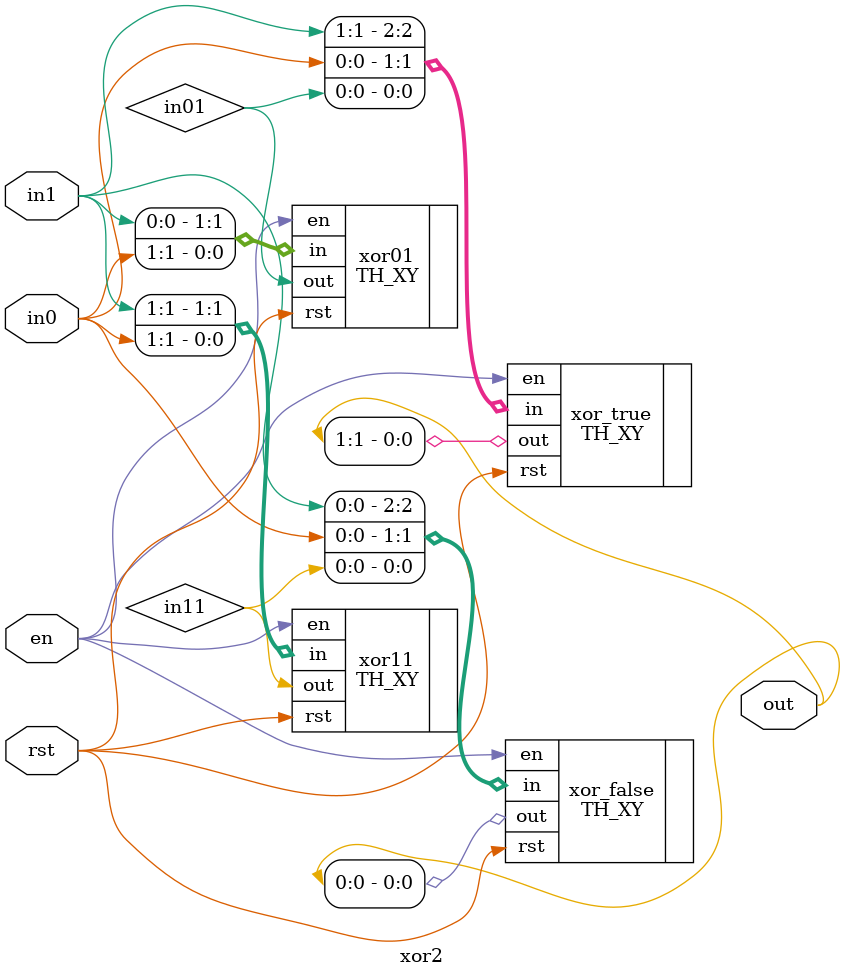
<source format=sv>
`timescale 1ns / 1ps

module xor2#(
  parameter                    ENC = "TP",
  localparam                   RAIL_NUM = 2
)
(
//---------CTRL-----------------------
  input                           rst,
  input                           en,
//---------LINK-IN--------------------
  input            [RAIL_NUM-1:0] in0,
//---------LINK-IN--------------------
  input            [RAIL_NUM-1:0] in1,
//---------LINK-OUT-------------------
  output           [RAIL_NUM-1:0] out
//------------------------------------
);

logic in01;
logic in11;

TH_XY#
(
  .ENC  (ENC),
  .CFG  ("2_0_2")
)
xor01
(
//---------CTRL----------------
	.rst(rst),
//-----------------------------
	.en(en),
	.in({in1[0],in0[1]}),
	.out(in01)
//-----------------------------
);

TH_XY#
(
  .ENC  (ENC),
  .CFG  ("2_0_2")
)
xor11
(
//---------CTRL----------------
	.rst(rst),
//-----------------------------
	.en(en),
	.in({in1[1],in0[1]}),
	.out(in11)
//-----------------------------
);

TH_XY#
(
  .ENC  (ENC),
  .CFG  ("3_1_2")
)
xor_false
(
//---------CTRL----------------
	.rst(rst),
//-----------------------------
	.en(en),
	.in({in1[0],in0[0],in11}),
	.out(out[0])
//-----------------------------
);

TH_XY#
(
  .ENC  (ENC),
  .CFG  ("3_1_2")
)
xor_true
(
//---------CTRL----------------
	.rst(rst),
//-----------------------------
	.en(en),
	.in({in1[1],in0[0],in01}),
	.out(out[1])
//-----------------------------
);

endmodule

</source>
